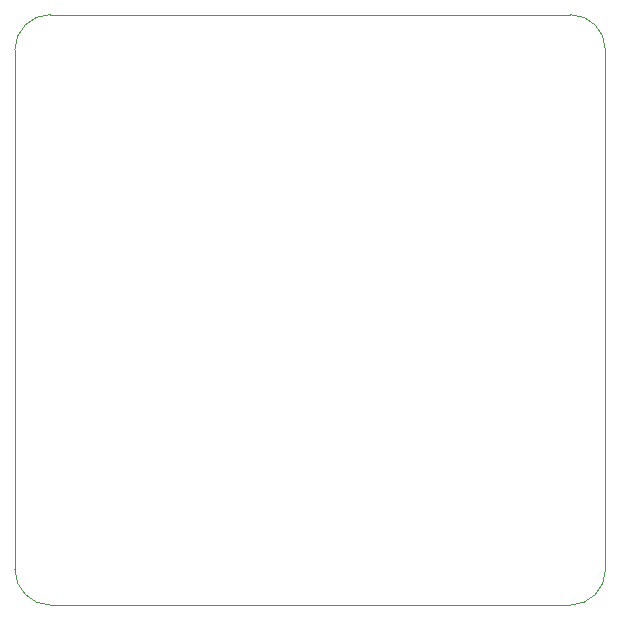
<source format=gbr>
%TF.GenerationSoftware,Altium Limited,Altium Designer,24.2.2 (26)*%
G04 Layer_Color=0*
%FSLAX45Y45*%
%MOMM*%
%TF.SameCoordinates,9421A899-AC1A-4384-8821-8213F9677E77*%
%TF.FilePolarity,Positive*%
%TF.FileFunction,Profile,NP*%
%TF.Part,Single*%
G01*
G75*
%TA.AperFunction,Profile*%
%ADD112C,0.02540*%
D112*
X5677500Y6168996D02*
Y10569066D01*
D02*
G02*
X5975934Y10867500I298434J0D01*
G01*
X10378167D01*
D02*
G02*
X10677500Y10568167I0J-299333D01*
G01*
Y6166193D01*
D02*
G02*
X10378807Y5867500I-298693J0D01*
G01*
X5978996D01*
D02*
G02*
X5677500Y6168996I0J301496D01*
G01*
%TF.MD5,41ba6a3caf1ee3539dcd0fa77e331a85*%
M02*

</source>
